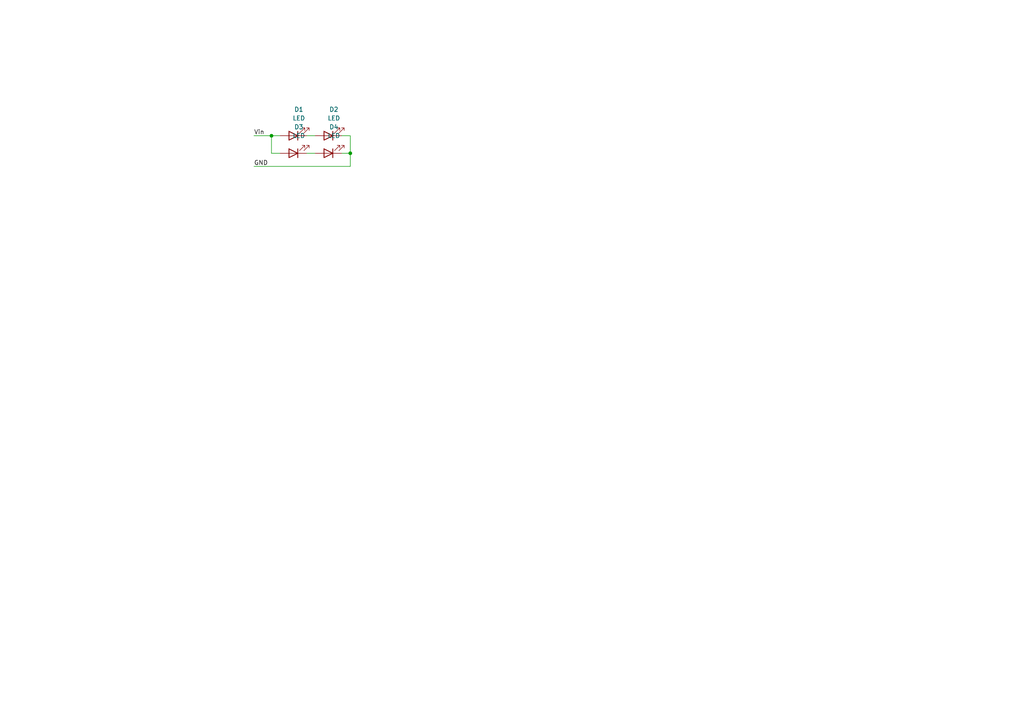
<source format=kicad_sch>
(kicad_sch (version 20230121) (generator eeschema)
  (paper "A4")
  (lib_symbols
    (symbol "Device:LED" (pin_numbers hide) (pin_names (offset 1.016) hide)
      (property "Reference" "D" (at 0 2.54 0))
      (property "Value" "LED" (at 0 -2.54 0))
      (symbol "LED_0_1"
        (polyline (pts (xy -1.27 -1.27) (xy -1.27 1.27)) (stroke (width 0.254)))
        (polyline (pts (xy -1.27 0) (xy 1.27 0)))
        (polyline (pts (xy 1.27 -1.27) (xy 1.27 1.27) (xy -1.27 0) (xy 1.27 -1.27)) (stroke (width 0.254)))
        (polyline (pts (xy -3.048 -0.762) (xy -4.572 -2.286) (xy -3.81 -2.286) (xy -4.572 -2.286) (xy -4.572 -1.524)))
        (polyline (pts (xy -1.778 -0.762) (xy -3.302 -2.286) (xy -2.54 -2.286) (xy -3.302 -2.286) (xy -3.302 -1.524)))
      )
      (symbol "LED_1_1"
        (pin passive line (at -3.81 0 0) (length 2.54) (name "K") (number "1"))
        (pin passive line (at 3.81 0 180) (length 2.54) (name "A") (number "2"))
      )
    )
  )
  (junction (at 101.6 44.45))
  (junction (at 78.74 39.37))
  (wire (pts (xy 78.74 39.37) (xy 78.74 44.45)))
  (wire (pts (xy 88.9 44.45) (xy 91.44 44.45)))
  (wire (pts (xy 78.74 39.37) (xy 81.28 39.37)))
  (wire (pts (xy 101.6 48.26) (xy 73.66 48.26)))
  (wire (pts (xy 88.9 39.37) (xy 91.44 39.37)))
  (wire (pts (xy 81.28 44.45) (xy 78.74 44.45)))
  (wire (pts (xy 101.6 39.37) (xy 101.6 44.45)))
  (wire (pts (xy 99.06 39.37) (xy 101.6 39.37)))
  (wire (pts (xy 73.66 39.37) (xy 78.74 39.37)))
  (wire (pts (xy 101.6 44.45) (xy 101.6 48.26)))
  (wire (pts (xy 99.06 44.45) (xy 101.6 44.45)))
  (label "GND" (at 73.66 48.26 0))
  (label "Vin" (at 73.66 39.37 0))
  (symbol (lib_id "Device:LED") (at 85.09 44.45 180) (unit 1)
    (property "Reference" "D3" (at 86.6775 36.83 0))
    (property "Value" "LED" (at 86.6775 39.37 0))
    (property "Footprint" "SST-10-IRD-B130-S940:XQE" (effects hide))
  )
  (symbol (lib_id "Device:LED") (at 95.25 39.37 180) (unit 1)
    (property "Reference" "D2" (at 96.8375 31.75 0))
    (property "Value" "LED" (at 96.8375 34.29 0))
    (property "Footprint" "SST-10-IRD-B130-S940:XQE" (effects hide))
  )
  (symbol (lib_id "Device:LED") (at 95.25 44.45 180) (unit 1)
    (property "Reference" "D4" (at 96.8375 36.83 0))
    (property "Value" "LED" (at 96.8375 39.37 0))
    (property "Footprint" "SST-10-IRD-B130-S940:XQE" (effects hide))
  )
  (symbol (lib_id "Device:LED") (at 85.09 39.37 180) (unit 1)
    (property "Reference" "D1" (at 86.6775 31.75 0))
    (property "Value" "LED" (at 86.6775 34.29 0))
    (property "Footprint" "SST-10-IRD-B130-S940:XQE" (effects hide))
  )
)
</source>
